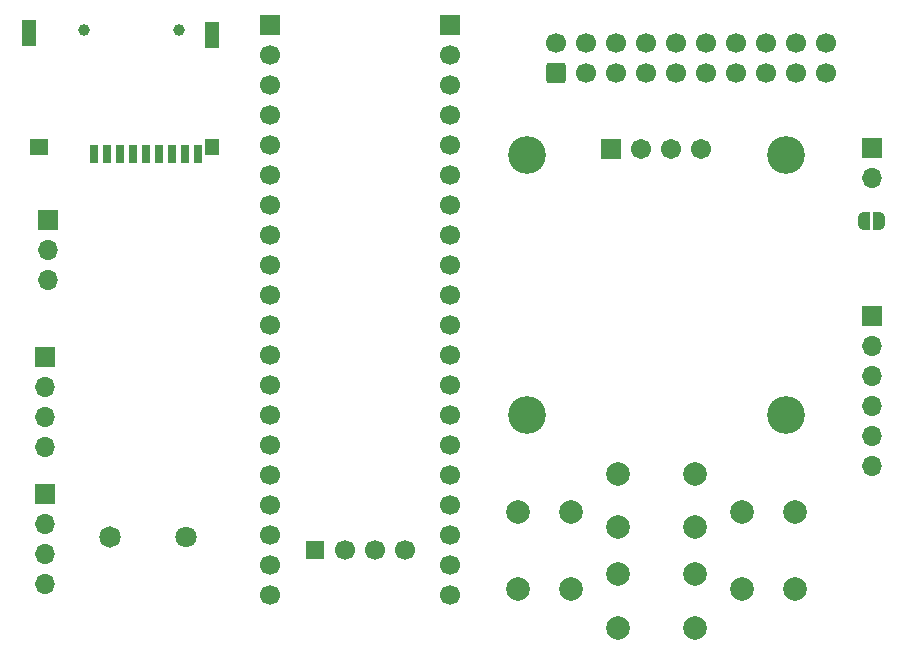
<source format=gbr>
%TF.GenerationSoftware,KiCad,Pcbnew,8.0.5*%
%TF.CreationDate,2024-12-26T15:28:07+01:00*%
%TF.ProjectId,sdiskII_stm32,73646973-6b49-4495-9f73-746d33322e6b,3*%
%TF.SameCoordinates,Original*%
%TF.FileFunction,Soldermask,Top*%
%TF.FilePolarity,Negative*%
%FSLAX46Y46*%
G04 Gerber Fmt 4.6, Leading zero omitted, Abs format (unit mm)*
G04 Created by KiCad (PCBNEW 8.0.5) date 2024-12-26 15:28:07*
%MOMM*%
%LPD*%
G01*
G04 APERTURE LIST*
G04 Aperture macros list*
%AMRoundRect*
0 Rectangle with rounded corners*
0 $1 Rounding radius*
0 $2 $3 $4 $5 $6 $7 $8 $9 X,Y pos of 4 corners*
0 Add a 4 corners polygon primitive as box body*
4,1,4,$2,$3,$4,$5,$6,$7,$8,$9,$2,$3,0*
0 Add four circle primitives for the rounded corners*
1,1,$1+$1,$2,$3*
1,1,$1+$1,$4,$5*
1,1,$1+$1,$6,$7*
1,1,$1+$1,$8,$9*
0 Add four rect primitives between the rounded corners*
20,1,$1+$1,$2,$3,$4,$5,0*
20,1,$1+$1,$4,$5,$6,$7,0*
20,1,$1+$1,$6,$7,$8,$9,0*
20,1,$1+$1,$8,$9,$2,$3,0*%
%AMFreePoly0*
4,1,19,0.500000,-0.750000,0.000000,-0.750000,0.000000,-0.744911,-0.071157,-0.744911,-0.207708,-0.704816,-0.327430,-0.627875,-0.420627,-0.520320,-0.479746,-0.390866,-0.500000,-0.250000,-0.500000,0.250000,-0.479746,0.390866,-0.420627,0.520320,-0.327430,0.627875,-0.207708,0.704816,-0.071157,0.744911,0.000000,0.744911,0.000000,0.750000,0.500000,0.750000,0.500000,-0.750000,0.500000,-0.750000,
$1*%
%AMFreePoly1*
4,1,19,0.000000,0.744911,0.071157,0.744911,0.207708,0.704816,0.327430,0.627875,0.420627,0.520320,0.479746,0.390866,0.500000,0.250000,0.500000,-0.250000,0.479746,-0.390866,0.420627,-0.520320,0.327430,-0.627875,0.207708,-0.704816,0.071157,-0.744911,0.000000,-0.744911,0.000000,-0.750000,-0.500000,-0.750000,-0.500000,0.750000,0.000000,0.750000,0.000000,0.744911,0.000000,0.744911,
$1*%
G04 Aperture macros list end*
%ADD10RoundRect,0.250000X0.600000X-0.600000X0.600000X0.600000X-0.600000X0.600000X-0.600000X-0.600000X0*%
%ADD11C,1.700000*%
%ADD12R,1.700000X1.700000*%
%ADD13O,1.700000X1.700000*%
%ADD14C,2.000000*%
%ADD15C,1.824000*%
%ADD16C,1.800000*%
%ADD17R,1.524000X1.524000*%
%ADD18FreePoly0,180.000000*%
%ADD19FreePoly1,180.000000*%
%ADD20RoundRect,0.102000X-0.754000X-0.754000X0.754000X-0.754000X0.754000X0.754000X-0.754000X0.754000X0*%
%ADD21C,1.712000*%
%ADD22C,3.204000*%
%ADD23R,1.600000X1.400000*%
%ADD24C,1.000000*%
%ADD25R,1.200000X2.200000*%
%ADD26R,0.700000X1.600000*%
%ADD27R,1.200000X1.400000*%
G04 APERTURE END LIST*
D10*
%TO.C,J2*%
X178290000Y-92490000D03*
D11*
X178290000Y-89950000D03*
X180830000Y-92490000D03*
X180830000Y-89950000D03*
X183370000Y-92490000D03*
X183370000Y-89950000D03*
X185910000Y-92490000D03*
X185910000Y-89950000D03*
X188450000Y-92490000D03*
X188450000Y-89950000D03*
X190990000Y-92490000D03*
X190990000Y-89950000D03*
X193530000Y-92490000D03*
X193530000Y-89950000D03*
X196070000Y-92490000D03*
X196070000Y-89950000D03*
X198610000Y-92490000D03*
X198610000Y-89950000D03*
X201150000Y-92490000D03*
X201150000Y-89950000D03*
%TD*%
D12*
%TO.C,J3*%
X205000000Y-113050000D03*
D13*
X205000000Y-115590000D03*
X205000000Y-118130000D03*
X205000000Y-120670000D03*
X205000000Y-123210000D03*
X205000000Y-125750000D03*
%TD*%
D14*
%TO.C,UP1*%
X190040000Y-130950000D03*
X183540000Y-130950000D03*
X190040000Y-126450000D03*
X183540000Y-126450000D03*
%TD*%
D12*
%TO.C,DEBUG*%
X135000000Y-116500000D03*
D13*
X135000000Y-119040000D03*
X135000000Y-121580000D03*
X135000000Y-124120000D03*
%TD*%
D15*
%TO.C,BZ1*%
X140500000Y-131750000D03*
D16*
X147000000Y-131750000D03*
%TD*%
D12*
%TO.C,J4*%
X135240000Y-104975000D03*
D13*
X135240000Y-107515000D03*
X135240000Y-110055000D03*
%TD*%
D12*
%TO.C,\u03BCC1*%
X154050000Y-88440000D03*
D11*
X154050000Y-90980000D03*
X154050000Y-93520000D03*
X154050000Y-96060000D03*
X154050000Y-98600000D03*
X154050000Y-101140000D03*
X154050000Y-103680000D03*
X154050000Y-106220000D03*
X154050000Y-108760000D03*
X154050000Y-111300000D03*
X154050000Y-113840000D03*
X154050000Y-116380000D03*
X154050000Y-118920000D03*
X154050000Y-121460000D03*
X154050000Y-124000000D03*
X154050000Y-126540000D03*
X154050000Y-129080000D03*
X154050000Y-131620000D03*
X154050000Y-134160000D03*
X154050000Y-136700000D03*
X169290000Y-136700000D03*
X169290000Y-134160000D03*
X169290000Y-131620000D03*
X169290000Y-129080000D03*
X169290000Y-126540000D03*
X169290000Y-124000000D03*
X169290000Y-121460000D03*
X169290000Y-118920000D03*
X169290000Y-116380000D03*
X169290000Y-113840000D03*
X169290000Y-111300000D03*
X169290000Y-108760000D03*
X169290000Y-106220000D03*
X169290000Y-103680000D03*
X169290000Y-101140000D03*
X169290000Y-98600000D03*
X169290000Y-96060000D03*
X169290000Y-93520000D03*
X169290000Y-90980000D03*
D12*
X169290000Y-88440000D03*
D17*
X157860000Y-132890000D03*
D11*
X160400000Y-132890000D03*
X162940000Y-132890000D03*
X165480000Y-132890000D03*
%TD*%
D18*
%TO.C,JP1*%
X205650000Y-105000000D03*
D19*
X204350000Y-105000000D03*
%TD*%
D12*
%TO.C,J1*%
X205000000Y-98810000D03*
D13*
X205000000Y-101350000D03*
%TD*%
D14*
%TO.C,ENTR1*%
X198540000Y-129700000D03*
X198540000Y-136200000D03*
X194040000Y-129700000D03*
X194040000Y-136200000D03*
%TD*%
D12*
%TO.C,J6*%
X135000000Y-128180000D03*
D13*
X135000000Y-130720000D03*
X135000000Y-133260000D03*
X135000000Y-135800000D03*
%TD*%
D20*
%TO.C,U8*%
X182980000Y-98950000D03*
D21*
X185520000Y-98950000D03*
X188060000Y-98950000D03*
X190600000Y-98950000D03*
D22*
X175790000Y-99450000D03*
X197790000Y-99450000D03*
X197790000Y-121450000D03*
X175790000Y-121450000D03*
%TD*%
D23*
%TO.C,U2*%
X134540000Y-98750000D03*
D24*
X138340000Y-88850000D03*
X146340000Y-88850000D03*
D25*
X149140000Y-89250000D03*
D26*
X139140000Y-99350000D03*
X140240000Y-99350000D03*
X141340000Y-99350000D03*
X142440000Y-99350000D03*
X143540000Y-99350000D03*
X144640000Y-99350000D03*
X145740000Y-99350000D03*
X146840000Y-99350000D03*
X147940000Y-99350000D03*
D27*
X149140000Y-98750000D03*
D25*
X133640000Y-89150000D03*
%TD*%
D14*
%TO.C,RET1*%
X179540000Y-129700000D03*
X179540000Y-136200000D03*
X175040000Y-129700000D03*
X175040000Y-136200000D03*
%TD*%
%TO.C,DOWN1*%
X183540000Y-134950000D03*
X190040000Y-134950000D03*
X183540000Y-139450000D03*
X190040000Y-139450000D03*
%TD*%
M02*

</source>
